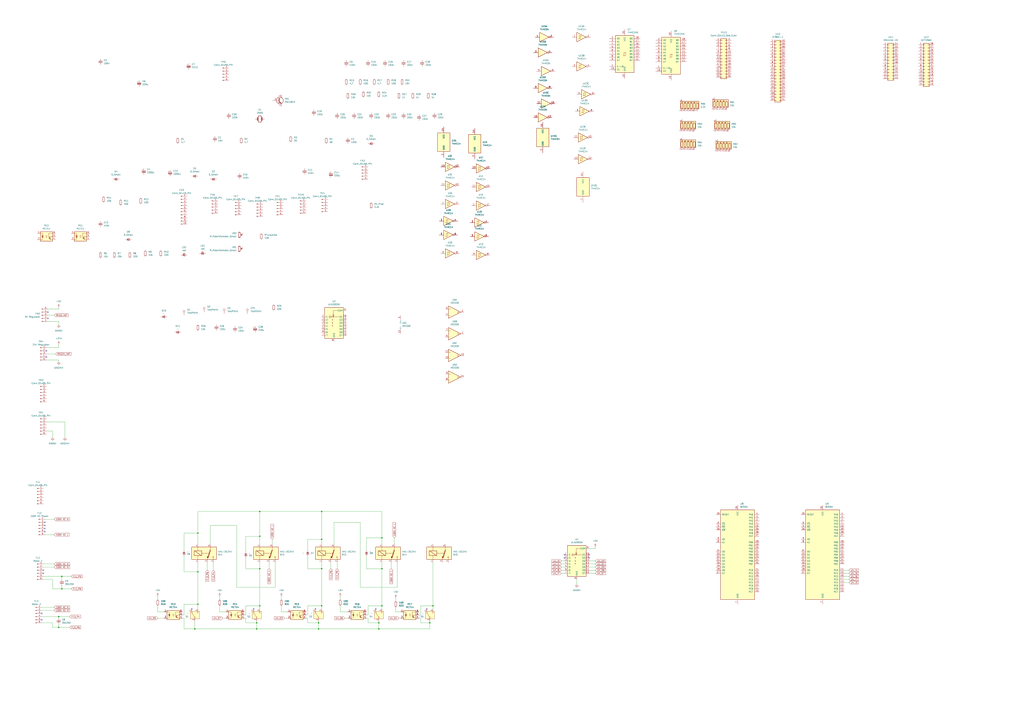
<source format=kicad_sch>
(kicad_sch
	(version 20231120)
	(generator "eeschema")
	(generator_version "8.0")
	(uuid "66cc26d7-ea0d-448d-81d6-18da17cae3ad")
	(paper "A1")
	
	(junction
		(at 50.8 473.71)
		(diameter 0)
		(color 0 0 0 0)
		(uuid "0b13f8df-1c20-4a73-a47a-98ac97815d26")
	)
	(junction
		(at 261.62 511.81)
		(diameter 0)
		(color 0 0 0 0)
		(uuid "10dae70c-302d-49d0-ba6e-3b81f529c56e")
	)
	(junction
		(at 261.62 516.89)
		(diameter 0)
		(color 0 0 0 0)
		(uuid "25ddcb7a-98b1-490f-9cf8-c98a9f58996b")
	)
	(junction
		(at 311.15 516.89)
		(diameter 0)
		(color 0 0 0 0)
		(uuid "356df096-b276-4fc8-9291-a01a55caa681")
	)
	(junction
		(at 160.02 516.89)
		(diameter 0)
		(color 0 0 0 0)
		(uuid "3bc20b50-851f-4e99-b35f-de81d16737fb")
	)
	(junction
		(at 213.36 420.37)
		(diameter 0)
		(color 0 0 0 0)
		(uuid "3c9259eb-cbc3-43a4-b7a4-ed840d4168c3")
	)
	(junction
		(at 313.69 497.84)
		(diameter 0)
		(color 0 0 0 0)
		(uuid "45b35192-3080-41b6-acc1-41fc0f510084")
	)
	(junction
		(at 48.26 515.62)
		(diameter 0)
		(color 0 0 0 0)
		(uuid "4683e323-5f89-4292-8f7b-95be364b9217")
	)
	(junction
		(at 213.36 497.84)
		(diameter 0)
		(color 0 0 0 0)
		(uuid "4b4ee08b-66db-45fa-bd0c-4b592e83c4c7")
	)
	(junction
		(at 210.82 511.81)
		(diameter 0)
		(color 0 0 0 0)
		(uuid "5b46f3f5-c45f-4aa9-9297-8da9111a9426")
	)
	(junction
		(at 264.16 497.84)
		(diameter 0)
		(color 0 0 0 0)
		(uuid "651f0bbd-2c35-401b-8e8f-550455b00b54")
	)
	(junction
		(at 313.69 467.36)
		(diameter 0)
		(color 0 0 0 0)
		(uuid "6cb56398-aade-4ba2-a1fe-3b66b3677601")
	)
	(junction
		(at 50.8 483.87)
		(diameter 0)
		(color 0 0 0 0)
		(uuid "787bb6e7-b134-4340-8a76-f56182ffc352")
	)
	(junction
		(at 162.56 496.57)
		(diameter 0)
		(color 0 0 0 0)
		(uuid "8741287e-2f19-419a-9d14-924da221de6a")
	)
	(junction
		(at 311.15 511.81)
		(diameter 0)
		(color 0 0 0 0)
		(uuid "94c04c4c-83a8-4c46-bad7-7f6f84ca370f")
	)
	(junction
		(at 353.06 511.81)
		(diameter 0)
		(color 0 0 0 0)
		(uuid "a1945e27-3991-4fb3-be48-1f97fbfba09b")
	)
	(junction
		(at 313.69 441.96)
		(diameter 0)
		(color 0 0 0 0)
		(uuid "a270c2d2-7352-49b7-a3a8-ba89c693befc")
	)
	(junction
		(at 264.16 420.37)
		(diameter 0)
		(color 0 0 0 0)
		(uuid "adf26b8e-9650-4236-9bcf-88b3f0f07d29")
	)
	(junction
		(at 162.56 438.15)
		(diameter 0)
		(color 0 0 0 0)
		(uuid "b02c65a3-a56f-49c9-b3bb-c182fca739ea")
	)
	(junction
		(at 355.6 497.84)
		(diameter 0)
		(color 0 0 0 0)
		(uuid "b849497d-419f-401c-914c-662c379116bb")
	)
	(junction
		(at 162.56 469.9)
		(diameter 0)
		(color 0 0 0 0)
		(uuid "babb64da-efb1-4acf-9cf6-e954d7233f5f")
	)
	(junction
		(at 48.26 506.73)
		(diameter 0)
		(color 0 0 0 0)
		(uuid "c43ca3f9-45f7-4b2b-b870-0096859f694d")
	)
	(junction
		(at 264.16 467.36)
		(diameter 0)
		(color 0 0 0 0)
		(uuid "d76fd0d5-6571-4fe6-a3de-8c84c7170948")
	)
	(junction
		(at 210.82 516.89)
		(diameter 0)
		(color 0 0 0 0)
		(uuid "d92b9d76-38be-41b8-8b5d-91f94362da4f")
	)
	(junction
		(at 213.36 440.69)
		(diameter 0)
		(color 0 0 0 0)
		(uuid "dc16379d-9489-4ced-93b2-eab45b360d68")
	)
	(junction
		(at 264.16 443.23)
		(diameter 0)
		(color 0 0 0 0)
		(uuid "f8c95fda-d262-49c3-bdf7-41b9311827b8")
	)
	(junction
		(at 213.36 467.36)
		(diameter 0)
		(color 0 0 0 0)
		(uuid "fa53695e-41ec-4e84-9665-f2cca63c0fda")
	)
	(no_connect
		(at 463.55 458.47)
		(uuid "0da8dff8-3efc-4579-af4f-a0d35cedd681")
	)
	(no_connect
		(at 38.1 293.37)
		(uuid "189a4fbb-4336-42af-94f8-029fdc066d50")
	)
	(no_connect
		(at 36.83 429.26)
		(uuid "1eeffd4a-cfea-480c-ba75-5ef1d8be5bc8")
	)
	(no_connect
		(at 34.29 509.27)
		(uuid "38f6cf9b-1c41-4f5a-ac4e-13d906cbb477")
	)
	(no_connect
		(at 39.37 256.54)
		(uuid "4e8b8fff-ab60-4204-a376-f0b26b4fa5b5")
	)
	(no_connect
		(at 463.55 455.93)
		(uuid "6526f219-e60f-46ab-96f8-5b894fee400d")
	)
	(no_connect
		(at 39.37 261.62)
		(uuid "6990e67d-49f3-4a44-8006-5c42fe4c6dc6")
	)
	(no_connect
		(at 36.83 436.88)
		(uuid "6af4da2c-9d10-49ff-b010-b8bd028e8855")
	)
	(no_connect
		(at 483.87 458.47)
		(uuid "6c2981a1-a5f8-4094-8f56-0fb32b339191")
	)
	(no_connect
		(at 308.61 500.38)
		(uuid "6e7c3107-485a-43bf-a80e-8ecf725474b5")
	)
	(no_connect
		(at 350.52 500.38)
		(uuid "6fbf3313-5162-44ad-b325-d2625086fc9e")
	)
	(no_connect
		(at 157.48 500.38)
		(uuid "70021ce7-557a-44ca-aa6e-08239d5b79ed")
	)
	(no_connect
		(at 36.83 431.8)
		(uuid "731fa28f-2239-4afa-9e69-5423eb111eed")
	)
	(no_connect
		(at 36.83 434.34)
		(uuid "7ac2f2f7-9bc0-47a5-a1f9-daf5db727c6b")
	)
	(no_connect
		(at 259.08 500.38)
		(uuid "a1fe7d45-1f3e-4a7e-ae0d-7e03379198f2")
	)
	(no_connect
		(at 38.1 288.29)
		(uuid "ac47f358-6b0d-4c00-ae69-7ed52f128bbc")
	)
	(no_connect
		(at 35.56 471.17)
		(uuid "b27bfa8b-6469-458e-abe8-0b20a1e0a33f")
	)
	(no_connect
		(at 34.29 504.19)
		(uuid "b51be13b-84bb-4c85-ad12-bba7c1d1c25a")
	)
	(no_connect
		(at 483.87 455.93)
		(uuid "cd55550c-c142-4be8-8a9d-501bcef30db5")
	)
	(no_connect
		(at 35.56 468.63)
		(uuid "dc85ec30-6681-4561-bea0-b63924e19d0e")
	)
	(no_connect
		(at 208.28 500.38)
		(uuid "f8398a9b-2e21-412c-91fa-cccb03a74a8a")
	)
	(wire
		(pts
			(xy 311.15 516.89) (xy 311.15 511.81)
		)
		(stroke
			(width 0)
			(type default)
		)
		(uuid "02a5ab22-8bd4-43c0-b759-c250902437eb")
	)
	(wire
		(pts
			(xy 252.73 511.81) (xy 261.62 511.81)
		)
		(stroke
			(width 0)
			(type default)
		)
		(uuid "0374fe63-9115-47f9-9bd8-00593f886327")
	)
	(wire
		(pts
			(xy 693.42 473.71) (xy 697.23 473.71)
		)
		(stroke
			(width 0)
			(type default)
		)
		(uuid "044d8170-9993-4217-8132-816c23299321")
	)
	(wire
		(pts
			(xy 353.06 516.89) (xy 353.06 511.81)
		)
		(stroke
			(width 0)
			(type default)
		)
		(uuid "05a96207-0511-402c-8cbc-17b5ca381bfa")
	)
	(wire
		(pts
			(xy 264.16 443.23) (xy 252.73 443.23)
		)
		(stroke
			(width 0)
			(type default)
		)
		(uuid "05e30963-3ff9-47b3-834e-9617b6eea12a")
	)
	(wire
		(pts
			(xy 201.93 440.69) (xy 213.36 440.69)
		)
		(stroke
			(width 0)
			(type default)
		)
		(uuid "0781d760-a7be-4aab-9baf-ba2fc3a0194d")
	)
	(wire
		(pts
			(xy 182.88 508) (xy 185.42 508)
		)
		(stroke
			(width 0)
			(type default)
		)
		(uuid "081a5a56-4d53-4741-b7b4-d3534838711c")
	)
	(wire
		(pts
			(xy 276.86 467.36) (xy 276.86 462.28)
		)
		(stroke
			(width 0)
			(type default)
		)
		(uuid "0ac84dd9-c95e-458a-ba7e-1d7e56536f85")
	)
	(wire
		(pts
			(xy 327.66 508) (xy 328.93 508)
		)
		(stroke
			(width 0)
			(type default)
		)
		(uuid "0ba276f9-49fa-4372-8f6b-e5a9a9e9c29e")
	)
	(wire
		(pts
			(xy 48.26 506.73) (xy 57.15 506.73)
		)
		(stroke
			(width 0)
			(type default)
		)
		(uuid "0ce7c09d-2fb0-4dec-855b-a9391c26eeb2")
	)
	(wire
		(pts
			(xy 162.56 469.9) (xy 162.56 462.28)
		)
		(stroke
			(width 0)
			(type default)
		)
		(uuid "0ea5a8ea-7b18-417a-96b9-c7214b98c44f")
	)
	(wire
		(pts
			(xy 461.01 471.17) (xy 463.55 471.17)
		)
		(stroke
			(width 0)
			(type default)
		)
		(uuid "0f09b1d2-4084-4dea-857d-330b895b9afc")
	)
	(wire
		(pts
			(xy 151.13 457.2) (xy 151.13 469.9)
		)
		(stroke
			(width 0)
			(type default)
		)
		(uuid "124a4fc0-acba-4b50-aa9b-4fbee1b8bdc4")
	)
	(wire
		(pts
			(xy 344.17 508) (xy 345.44 508)
		)
		(stroke
			(width 0)
			(type default)
		)
		(uuid "1285669e-927e-44fa-82bd-489186bd9d3c")
	)
	(wire
		(pts
			(xy 279.4 497.84) (xy 279.4 502.92)
		)
		(stroke
			(width 0)
			(type default)
		)
		(uuid "16277674-01d8-495f-aef8-57d30a9ed79c")
	)
	(wire
		(pts
			(xy 300.99 508) (xy 302.26 508)
		)
		(stroke
			(width 0)
			(type default)
		)
		(uuid "173bea94-7968-4dd8-93cf-bafd7426b94c")
	)
	(wire
		(pts
			(xy 313.69 497.84) (xy 313.69 467.36)
		)
		(stroke
			(width 0)
			(type default)
		)
		(uuid "178f1e7c-0255-4e6b-9053-ce24725b7633")
	)
	(wire
		(pts
			(xy 194.31 431.8) (xy 172.72 431.8)
		)
		(stroke
			(width 0)
			(type default)
		)
		(uuid "180e6b82-5930-40af-9b0e-5c781de995ed")
	)
	(wire
		(pts
			(xy 151.13 438.15) (xy 162.56 438.15)
		)
		(stroke
			(width 0)
			(type default)
		)
		(uuid "18465c56-a1ad-4916-8c30-2bd2e0941155")
	)
	(wire
		(pts
			(xy 172.72 431.8) (xy 172.72 447.04)
		)
		(stroke
			(width 0)
			(type default)
		)
		(uuid "18d9c8a6-cc74-4567-b775-4e1978246029")
	)
	(wire
		(pts
			(xy 50.8 473.71) (xy 58.42 473.71)
		)
		(stroke
			(width 0)
			(type default)
		)
		(uuid "18e150ed-0996-4fa7-b532-be044cf48581")
	)
	(wire
		(pts
			(xy 252.73 505.46) (xy 252.73 497.84)
		)
		(stroke
			(width 0)
			(type default)
		)
		(uuid "190661bd-fad7-40cd-afc7-bfd1bf798df8")
	)
	(wire
		(pts
			(xy 162.56 500.38) (xy 162.56 496.57)
		)
		(stroke
			(width 0)
			(type default)
		)
		(uuid "19ed89ed-194d-4fc7-ac5c-12cbbdb9966f")
	)
	(wire
		(pts
			(xy 261.62 516.89) (xy 311.15 516.89)
		)
		(stroke
			(width 0)
			(type default)
		)
		(uuid "1c2b5503-4cf4-49b8-a3d9-867f0a909920")
	)
	(wire
		(pts
			(xy 300.99 457.2) (xy 300.99 467.36)
		)
		(stroke
			(width 0)
			(type default)
		)
		(uuid "1c8a2992-5819-4c4d-bc5d-5873b0f8fec8")
	)
	(wire
		(pts
			(xy 149.86 505.46) (xy 151.13 505.46)
		)
		(stroke
			(width 0)
			(type default)
		)
		(uuid "1ec3d812-a633-492d-ae3d-6cae002a15c1")
	)
	(wire
		(pts
			(xy 279.4 502.92) (xy 285.75 502.92)
		)
		(stroke
			(width 0)
			(type default)
		)
		(uuid "1ef2a37f-8242-4b0a-b4cf-05692665dd8a")
	)
	(wire
		(pts
			(xy 48.26 295.91) (xy 38.1 295.91)
		)
		(stroke
			(width 0)
			(type default)
		)
		(uuid "22915d6b-7f96-41b9-88c5-845ed9fc4f22")
	)
	(wire
		(pts
			(xy 220.98 467.36) (xy 220.98 462.28)
		)
		(stroke
			(width 0)
			(type default)
		)
		(uuid "245b94a0-1f34-4404-8adf-8d6fc169bb4d")
	)
	(wire
		(pts
			(xy 473.71 476.25) (xy 473.71 480.06)
		)
		(stroke
			(width 0)
			(type default)
		)
		(uuid "25383dfa-3c2c-42a2-9fe1-430605bd0aad")
	)
	(wire
		(pts
			(xy 345.44 497.84) (xy 355.6 497.84)
		)
		(stroke
			(width 0)
			(type default)
		)
		(uuid "26b879ff-7cca-4a0b-818e-f50b673fc019")
	)
	(wire
		(pts
			(xy 210.82 516.89) (xy 210.82 511.81)
		)
		(stroke
			(width 0)
			(type default)
		)
		(uuid "271f6a65-e94d-469f-a525-87e08c76e075")
	)
	(wire
		(pts
			(xy 264.16 500.38) (xy 264.16 497.84)
		)
		(stroke
			(width 0)
			(type default)
		)
		(uuid "283558b2-5929-4655-8f5d-cebd90d9427a")
	)
	(wire
		(pts
			(xy 274.32 429.26) (xy 274.32 447.04)
		)
		(stroke
			(width 0)
			(type default)
		)
		(uuid "2b1149f8-13ab-466a-8452-72f4a2e37554")
	)
	(wire
		(pts
			(xy 233.68 508) (xy 236.22 508)
		)
		(stroke
			(width 0)
			(type default)
		)
		(uuid "2b453aeb-658b-47cf-8bab-24c4437c833c")
	)
	(wire
		(pts
			(xy 461.01 461.01) (xy 463.55 461.01)
		)
		(stroke
			(width 0)
			(type default)
		)
		(uuid "2c278734-524c-43a5-9f50-0959ca6b5c2c")
	)
	(wire
		(pts
			(xy 48.26 515.62) (xy 57.15 515.62)
		)
		(stroke
			(width 0)
			(type default)
		)
		(uuid "2c88da02-3177-4c39-aeff-cbed292da9ce")
	)
	(wire
		(pts
			(xy 129.54 502.92) (xy 134.62 502.92)
		)
		(stroke
			(width 0)
			(type default)
		)
		(uuid "2ce5239c-f782-482a-9748-720665f93ec1")
	)
	(wire
		(pts
			(xy 300.99 505.46) (xy 302.26 505.46)
		)
		(stroke
			(width 0)
			(type default)
		)
		(uuid "2d6f75c3-d312-42ce-ab55-bc762a0d1b64")
	)
	(wire
		(pts
			(xy 34.29 506.73) (xy 48.26 506.73)
		)
		(stroke
			(width 0)
			(type default)
		)
		(uuid "30f19106-3618-4a09-82aa-fb09024b4e70")
	)
	(wire
		(pts
			(xy 201.93 467.36) (xy 213.36 467.36)
		)
		(stroke
			(width 0)
			(type default)
		)
		(uuid "31ea083a-8a88-454b-a407-e034d3157f7d")
	)
	(wire
		(pts
			(xy 252.73 457.2) (xy 252.73 467.36)
		)
		(stroke
			(width 0)
			(type default)
		)
		(uuid "352b8653-2611-41a8-9752-3f2215ea5903")
	)
	(wire
		(pts
			(xy 162.56 420.37) (xy 162.56 438.15)
		)
		(stroke
			(width 0)
			(type default)
		)
		(uuid "38260eed-03d1-4f72-aa99-12a59c9b7513")
	)
	(wire
		(pts
			(xy 43.18 354.33) (xy 43.18 359.41)
		)
		(stroke
			(width 0)
			(type default)
		)
		(uuid "3c55ecda-9921-466b-bdcd-9927a381382a")
	)
	(wire
		(pts
			(xy 151.13 505.46) (xy 151.13 496.57)
		)
		(stroke
			(width 0)
			(type default)
		)
		(uuid "3edef422-b9dc-4de7-9b80-4fc3a04416fc")
	)
	(wire
		(pts
			(xy 36.83 426.72) (xy 44.45 426.72)
		)
		(stroke
			(width 0)
			(type default)
		)
		(uuid "4098dbf7-381b-465d-91c4-844b20bf971f")
	)
	(wire
		(pts
			(xy 311.15 516.89) (xy 353.06 516.89)
		)
		(stroke
			(width 0)
			(type default)
		)
		(uuid "42b19c30-de2e-4fe5-bb5b-e213b1e1da0a")
	)
	(wire
		(pts
			(xy 302.26 497.84) (xy 313.69 497.84)
		)
		(stroke
			(width 0)
			(type default)
		)
		(uuid "4337ee6c-781e-4b57-b30d-f2f6a248413f")
	)
	(wire
		(pts
			(xy 483.87 468.63) (xy 488.95 468.63)
		)
		(stroke
			(width 0)
			(type default)
		)
		(uuid "4a9aaa05-7a36-4c2c-9830-ffe49357c84b")
	)
	(wire
		(pts
			(xy 325.12 491.49) (xy 325.12 494.03)
		)
		(stroke
			(width 0)
			(type default)
		)
		(uuid "4f45a74f-d366-4336-a777-20bb0b0b6103")
	)
	(wire
		(pts
			(xy 251.46 505.46) (xy 252.73 505.46)
		)
		(stroke
			(width 0)
			(type default)
		)
		(uuid "4ff4258e-dbc5-415a-af1f-60724aa167a5")
	)
	(wire
		(pts
			(xy 488.95 449.58) (xy 488.95 450.85)
		)
		(stroke
			(width 0)
			(type default)
		)
		(uuid "50c49188-d680-416e-83ec-f512c6367a87")
	)
	(wire
		(pts
			(xy 264.16 447.04) (xy 264.16 443.23)
		)
		(stroke
			(width 0)
			(type default)
		)
		(uuid "51255e78-9af3-4eb9-89a7-f03e79b706e7")
	)
	(wire
		(pts
			(xy 264.16 420.37) (xy 213.36 420.37)
		)
		(stroke
			(width 0)
			(type default)
		)
		(uuid "530670f0-0cbe-482f-8e16-ee14b406d9db")
	)
	(wire
		(pts
			(xy 321.31 467.36) (xy 321.31 462.28)
		)
		(stroke
			(width 0)
			(type default)
		)
		(uuid "556411d2-6029-4d6c-9001-f12aac8719d9")
	)
	(wire
		(pts
			(xy 226.06 482.6) (xy 194.31 482.6)
		)
		(stroke
			(width 0)
			(type default)
		)
		(uuid "56a6b905-05da-49f2-8842-b2f852951509")
	)
	(wire
		(pts
			(xy 213.36 497.84) (xy 213.36 467.36)
		)
		(stroke
			(width 0)
			(type default)
		)
		(uuid "57f85406-e60d-49d9-8c5d-716651347619")
	)
	(wire
		(pts
			(xy 231.14 497.84) (xy 231.14 502.92)
		)
		(stroke
			(width 0)
			(type default)
		)
		(uuid "59e72fb6-30b1-44b8-bb4b-6b1e799b7736")
	)
	(wire
		(pts
			(xy 693.42 471.17) (xy 697.23 471.17)
		)
		(stroke
			(width 0)
			(type default)
		)
		(uuid "5ab9acb0-81bd-4e63-9bec-a07dfc64eb86")
	)
	(wire
		(pts
			(xy 43.18 483.87) (xy 50.8 483.87)
		)
		(stroke
			(width 0)
			(type default)
		)
		(uuid "5d148857-46dd-4e23-800a-edb13ef3c857")
	)
	(wire
		(pts
			(xy 38.1 290.83) (xy 45.72 290.83)
		)
		(stroke
			(width 0)
			(type default)
		)
		(uuid "5decabbe-4d03-4a11-93cd-acdd60a5d6c7")
	)
	(wire
		(pts
			(xy 313.69 441.96) (xy 313.69 420.37)
		)
		(stroke
			(width 0)
			(type default)
		)
		(uuid "5f7055a2-51b5-4e86-be94-b85a43d34518")
	)
	(wire
		(pts
			(xy 693.42 478.79) (xy 697.23 478.79)
		)
		(stroke
			(width 0)
			(type default)
		)
		(uuid "6061dcb1-8edd-4d27-8d3f-24dcae6ef349")
	)
	(wire
		(pts
			(xy 252.73 467.36) (xy 264.16 467.36)
		)
		(stroke
			(width 0)
			(type default)
		)
		(uuid "62bf1741-3c11-4483-9c13-e7941791c370")
	)
	(wire
		(pts
			(xy 48.26 285.75) (xy 38.1 285.75)
		)
		(stroke
			(width 0)
			(type default)
		)
		(uuid "63d8cba3-ea5b-4b82-8dc1-aae8dc3dea8c")
	)
	(wire
		(pts
			(xy 326.39 482.6) (xy 295.91 482.6)
		)
		(stroke
			(width 0)
			(type default)
		)
		(uuid "64497edb-8d0c-4f20-8e85-db6b7270a0d8")
	)
	(wire
		(pts
			(xy 355.6 500.38) (xy 355.6 497.84)
		)
		(stroke
			(width 0)
			(type default)
		)
		(uuid "650bfa1a-c04c-45e6-8135-a186c6f354b7")
	)
	(wire
		(pts
			(xy 180.34 502.92) (xy 185.42 502.92)
		)
		(stroke
			(width 0)
			(type default)
		)
		(uuid "65e1caae-96b6-47f4-99d0-f6b2be7b9733")
	)
	(wire
		(pts
			(xy 311.15 511.81) (xy 311.15 510.54)
		)
		(stroke
			(width 0)
			(type default)
		)
		(uuid "6aee36b1-5cef-4a41-b26d-95f7e9aaeda0")
	)
	(wire
		(pts
			(xy 213.36 420.37) (xy 162.56 420.37)
		)
		(stroke
			(width 0)
			(type default)
		)
		(uuid "6afdac34-3c9d-4a94-908b-8d4b3b4745d3")
	)
	(wire
		(pts
			(xy 326.39 462.28) (xy 326.39 482.6)
		)
		(stroke
			(width 0)
			(type default)
		)
		(uuid "6d8ada2e-87f8-478a-b70a-98cf051d5542")
	)
	(wire
		(pts
			(xy 48.26 513.08) (xy 48.26 515.62)
		)
		(stroke
			(width 0)
			(type default)
		)
		(uuid "6e355440-32f4-4131-bc1d-449f8b3819b9")
	)
	(wire
		(pts
			(xy 36.83 439.42) (xy 44.45 439.42)
		)
		(stroke
			(width 0)
			(type default)
		)
		(uuid "6f1149bc-8737-4307-835e-8b2e39a23135")
	)
	(wire
		(pts
			(xy 313.69 467.36) (xy 313.69 462.28)
		)
		(stroke
			(width 0)
			(type default)
		)
		(uuid "718bc773-b866-4e93-b1a0-1de90842705a")
	)
	(wire
		(pts
			(xy 483.87 466.09) (xy 488.95 466.09)
		)
		(stroke
			(width 0)
			(type default)
		)
		(uuid "72a93b16-cbf1-4e3f-908f-7f6b7d39365a")
	)
	(wire
		(pts
			(xy 34.29 501.65) (xy 44.45 501.65)
		)
		(stroke
			(width 0)
			(type default)
		)
		(uuid "742b6672-6883-4e3c-befe-556d782b9be1")
	)
	(wire
		(pts
			(xy 48.26 252.73) (xy 48.26 254)
		)
		(stroke
			(width 0)
			(type default)
		)
		(uuid "75dd43e3-e44b-41f9-8ffb-6f655d26dec0")
	)
	(wire
		(pts
			(xy 313.69 500.38) (xy 313.69 497.84)
		)
		(stroke
			(width 0)
			(type default)
		)
		(uuid "7614a863-00e1-403c-b036-761e6041b4e9")
	)
	(wire
		(pts
			(xy 461.01 463.55) (xy 463.55 463.55)
		)
		(stroke
			(width 0)
			(type default)
		)
		(uuid "78064731-5976-41b6-a4ba-f351b63e53b1")
	)
	(wire
		(pts
			(xy 200.66 508) (xy 201.93 508)
		)
		(stroke
			(width 0)
			(type default)
		)
		(uuid "7cd466bb-fe01-42b6-9a53-7a277ba5c2be")
	)
	(wire
		(pts
			(xy 461.01 468.63) (xy 463.55 468.63)
		)
		(stroke
			(width 0)
			(type default)
		)
		(uuid "80c02fec-db9f-41b3-8aa0-5f2d783a5fd5")
	)
	(wire
		(pts
			(xy 129.54 508) (xy 134.62 508)
		)
		(stroke
			(width 0)
			(type default)
		)
		(uuid "83945eff-a536-4878-81b6-4ede3d8a6bab")
	)
	(wire
		(pts
			(xy 300.99 441.96) (xy 313.69 441.96)
		)
		(stroke
			(width 0)
			(type default)
		)
		(uuid "83dcc077-31fd-4ac4-84eb-f2e35622f285")
	)
	(wire
		(pts
			(xy 39.37 264.16) (xy 48.26 264.16)
		)
		(stroke
			(width 0)
			(type default)
		)
		(uuid "84ba0882-a2f1-4134-b1bc-55a0ea890a52")
	)
	(wire
		(pts
			(xy 355.6 497.84) (xy 355.6 462.28)
		)
		(stroke
			(width 0)
			(type default)
		)
		(uuid "8a98ee56-3ffa-483b-8323-3fa5ce8ff9ef")
	)
	(wire
		(pts
			(xy 162.56 496.57) (xy 162.56 469.9)
		)
		(stroke
			(width 0)
			(type default)
		)
		(uuid "8b291f1c-5fc1-42b7-abb7-1f57877c14d1")
	)
	(wire
		(pts
			(xy 693.42 476.25) (xy 697.23 476.25)
		)
		(stroke
			(width 0)
			(type default)
		)
		(uuid "8f82b7fd-890f-4490-9a25-ee29ea9217a0")
	)
	(wire
		(pts
			(xy 252.73 497.84) (xy 264.16 497.84)
		)
		(stroke
			(width 0)
			(type default)
		)
		(uuid "907853b2-3457-4466-a304-b371bdc45b82")
	)
	(wire
		(pts
			(xy 151.13 469.9) (xy 162.56 469.9)
		)
		(stroke
			(width 0)
			(type default)
		)
		(uuid "91ba220f-bbb1-408e-b134-ee8b93ed4b4c")
	)
	(wire
		(pts
			(xy 323.85 447.04) (xy 323.85 441.96)
		)
		(stroke
			(width 0)
			(type default)
		)
		(uuid "92ca70fc-6d8a-40fd-b89d-aac22587ce2f")
	)
	(wire
		(pts
			(xy 483.87 461.01) (xy 488.95 461.01)
		)
		(stroke
			(width 0)
			(type default)
		)
		(uuid "92d868ca-8177-4607-9bb2-713924abc222")
	)
	(wire
		(pts
			(xy 151.13 508) (xy 151.13 516.89)
		)
		(stroke
			(width 0)
			(type default)
		)
		(uuid "9348436b-0381-4457-a905-8e6554c0c228")
	)
	(wire
		(pts
			(xy 223.52 447.04) (xy 223.52 443.23)
		)
		(stroke
			(width 0)
			(type default)
		)
		(uuid "948540e9-bced-485b-a129-34963b999c53")
	)
	(wire
		(pts
			(xy 160.02 510.54) (xy 160.02 516.89)
		)
		(stroke
			(width 0)
			(type default)
		)
		(uuid "961cbd6e-e585-4e12-b08f-9532cc0a4c71")
	)
	(wire
		(pts
			(xy 213.36 440.69) (xy 213.36 447.04)
		)
		(stroke
			(width 0)
			(type default)
		)
		(uuid "96555e9a-1051-4eb7-9dc2-8255bb569074")
	)
	(wire
		(pts
			(xy 264.16 420.37) (xy 313.69 420.37)
		)
		(stroke
			(width 0)
			(type default)
		)
		(uuid "982c6ba6-cd25-4476-9eb2-6ef4e3b4cc3c")
	)
	(wire
		(pts
			(xy 151.13 496.57) (xy 162.56 496.57)
		)
		(stroke
			(width 0)
			(type default)
		)
		(uuid "98589abd-8286-4e5a-a518-f2e42cfe4260")
	)
	(wire
		(pts
			(xy 251.46 508) (xy 252.73 508)
		)
		(stroke
			(width 0)
			(type default)
		)
		(uuid "98f4a9a2-89f2-46fe-af74-0768decbeb7b")
	)
	(wire
		(pts
			(xy 43.18 483.87) (xy 43.18 476.25)
		)
		(stroke
			(width 0)
			(type default)
		)
		(uuid "a05be057-5dbb-4818-8188-3d09e2300cbf")
	)
	(wire
		(pts
			(xy 693.42 468.63) (xy 697.23 468.63)
		)
		(stroke
			(width 0)
			(type default)
		)
		(uuid "a2cac00c-fa14-47a3-9408-f072db5c8751")
	)
	(wire
		(pts
			(xy 129.54 490.22) (xy 129.54 492.76)
		)
		(stroke
			(width 0)
			(type default)
		)
		(uuid "a3e7712f-961b-40c0-8be3-ed67f6f412c4")
	)
	(wire
		(pts
			(xy 483.87 471.17) (xy 488.95 471.17)
		)
		(stroke
			(width 0)
			(type default)
		)
		(uuid "a49239b0-442b-4329-8296-b735d9886022")
	)
	(wire
		(pts
			(xy 180.34 497.84) (xy 180.34 502.92)
		)
		(stroke
			(width 0)
			(type default)
		)
		(uuid "a4a22e0d-1f4f-4a8c-bd35-a2ba33f1f02b")
	)
	(wire
		(pts
			(xy 271.78 467.36) (xy 271.78 462.28)
		)
		(stroke
			(width 0)
			(type default)
		)
		(uuid "a524fe67-de97-4f71-91ac-81793ddec746")
	)
	(wire
		(pts
			(xy 264.16 497.84) (xy 264.16 467.36)
		)
		(stroke
			(width 0)
			(type default)
		)
		(uuid "a56caff6-bade-4a79-a6fd-a9fa31ee0fea")
	)
	(wire
		(pts
			(xy 325.12 499.11) (xy 325.12 502.92)
		)
		(stroke
			(width 0)
			(type default)
		)
		(uuid "a6154762-f5dc-400a-b419-236d73ec6fad")
	)
	(wire
		(pts
			(xy 50.8 473.71) (xy 50.8 476.25)
		)
		(stroke
			(width 0)
			(type default)
		)
		(uuid "a832328c-7828-49bf-9377-7a1afb71d09e")
	)
	(wire
		(pts
			(xy 201.93 508) (xy 201.93 511.81)
		)
		(stroke
			(width 0)
			(type default)
		)
		(uuid "a8eb7854-0bbf-4fbe-8483-f3fda463cba4")
	)
	(wire
		(pts
			(xy 48.26 297.18) (xy 48.26 295.91)
		)
		(stroke
			(width 0)
			(type default)
		)
		(uuid "aa3b0b28-cc1e-4e3b-af2c-85bf1da5b521")
	)
	(wire
		(pts
			(xy 279.4 490.22) (xy 279.4 492.76)
		)
		(stroke
			(width 0)
			(type default)
		)
		(uuid "aad93aeb-cf9f-4c0b-8efb-238a60fc2b99")
	)
	(wire
		(pts
			(xy 201.93 505.46) (xy 201.93 497.84)
		)
		(stroke
			(width 0)
			(type default)
		)
		(uuid "ad51a24d-8061-4ced-bb84-6633f503a744")
	)
	(wire
		(pts
			(xy 129.54 497.84) (xy 129.54 502.92)
		)
		(stroke
			(width 0)
			(type default)
		)
		(uuid "ad9a5bef-3f43-4dd3-a233-fa73838a6bf2")
	)
	(wire
		(pts
			(xy 200.66 505.46) (xy 201.93 505.46)
		)
		(stroke
			(width 0)
			(type default)
		)
		(uuid "b155c2ce-6bba-42f4-8835-e71b6e3f0a30")
	)
	(wire
		(pts
			(xy 210.82 511.81) (xy 210.82 510.54)
		)
		(stroke
			(width 0)
			(type default)
		)
		(uuid "b16cc1e8-11c6-4bb2-9e31-334f69d66bad")
	)
	(wire
		(pts
			(xy 149.86 508) (xy 151.13 508)
		)
		(stroke
			(width 0)
			(type default)
		)
		(uuid "b438918f-113a-45a7-b113-de8ca97c8072")
	)
	(wire
		(pts
			(xy 325.12 502.92) (xy 328.93 502.92)
		)
		(stroke
			(width 0)
			(type default)
		)
		(uuid "b76fd1a0-bc44-42ab-8561-4779734ec7eb")
	)
	(wire
		(pts
			(xy 50.8 483.87) (xy 58.42 483.87)
		)
		(stroke
			(width 0)
			(type default)
		)
		(uuid "b7c113b2-d2a1-4645-8b50-5ef5e8218184")
	)
	(wire
		(pts
			(xy 48.26 254) (xy 39.37 254)
		)
		(stroke
			(width 0)
			(type default)
		)
		(uuid "b7ee80b6-b9ea-4b80-b4bc-a65d9cc504ea")
	)
	(wire
		(pts
			(xy 261.62 511.81) (xy 261.62 516.89)
		)
		(stroke
			(width 0)
			(type default)
		)
		(uuid "b81b20e3-b7b3-4bd2-bbc0-8d6b48085064")
	)
	(wire
		(pts
			(xy 302.26 505.46) (xy 302.26 497.84)
		)
		(stroke
			(width 0)
			(type default)
		)
		(uuid "b88e52e9-d12d-448b-b4b0-e033194fd8af")
	)
	(wire
		(pts
			(xy 213.36 467.36) (xy 213.36 462.28)
		)
		(stroke
			(width 0)
			(type default)
		)
		(uuid "b8930062-dfb5-4cb9-9675-4986a08eddd9")
	)
	(wire
		(pts
			(xy 53.34 346.71) (xy 38.1 346.71)
		)
		(stroke
			(width 0)
			(type default)
		)
		(uuid "bb096da0-165c-4e92-827b-51577ff7d17d")
	)
	(wire
		(pts
			(xy 151.13 516.89) (xy 160.02 516.89)
		)
		(stroke
			(width 0)
			(type default)
		)
		(uuid "bb0b314b-a9d9-4db2-84bb-87e7fcb79701")
	)
	(wire
		(pts
			(xy 43.18 515.62) (xy 48.26 515.62)
		)
		(stroke
			(width 0)
			(type default)
		)
		(uuid "bd66d2d7-ee4f-45d5-8a67-2e2ed0535736")
	)
	(wire
		(pts
			(xy 39.37 259.08) (xy 44.45 259.08)
		)
		(stroke
			(width 0)
			(type default)
		)
		(uuid "bd822e3a-8371-43ec-ada0-eaa74f4704a4")
	)
	(wire
		(pts
			(xy 302.26 511.81) (xy 311.15 511.81)
		)
		(stroke
			(width 0)
			(type default)
		)
		(uuid "bdd14599-3121-44f3-a53c-7a35ad0e5a89")
	)
	(wire
		(pts
			(xy 162.56 447.04) (xy 162.56 438.15)
		)
		(stroke
			(width 0)
			(type default)
		)
		(uuid "be662239-ef66-47e8-b197-e9794ba10e52")
	)
	(wire
		(pts
			(xy 170.18 468.63) (xy 170.18 462.28)
		)
		(stroke
			(width 0)
			(type default)
		)
		(uuid "bea064ef-e2cf-4839-9d8a-c8d0cca41e06")
	)
	(wire
		(pts
			(xy 483.87 463.55) (xy 488.95 463.55)
		)
		(stroke
			(width 0)
			(type default)
		)
		(uuid "bf13b7f0-0c5b-43bc-b41a-b7fd2a7dc79f")
	)
	(wire
		(pts
			(xy 353.06 511.81) (xy 353.06 510.54)
		)
		(stroke
			(width 0)
			(type default)
		)
		(uuid "c0f4d967-879b-4145-933e-c945d8b780c2")
	)
	(wire
		(pts
			(xy 264.16 467.36) (xy 264.16 462.28)
		)
		(stroke
			(width 0)
			(type default)
		)
		(uuid "c1d9e162-471c-4e25-8311-11dc508a8ae1")
	)
	(wire
		(pts
			(xy 180.34 490.22) (xy 180.34 492.76)
		)
		(stroke
			(width 0)
			(type default)
		)
		(uuid "c216f958-098e-4db8-bf5c-25ae7b62152b")
	)
	(wire
		(pts
			(xy 48.26 506.73) (xy 48.26 508)
		)
		(stroke
			(width 0)
			(type default)
		)
		(uuid "c379e818-5941-492a-8c85-e6645c130fc6")
	)
	(wire
		(pts
			(xy 231.14 490.22) (xy 231.14 492.76)
		)
		(stroke
			(width 0)
			(type default)
		)
		(uuid "c44f6b38-6f54-4fa4-8619-400a85e0f5b8")
	)
	(wire
		(pts
			(xy 345.44 511.81) (xy 353.06 511.81)
		)
		(stroke
			(width 0)
			(type default)
		)
		(uuid "c4bee4cf-62be-426c-ade4-4b0a1f17e1dc")
	)
	(wire
		(pts
			(xy 344.17 505.46) (xy 345.44 505.46)
		)
		(stroke
			(width 0)
			(type default)
		)
		(uuid "c51d15dd-9d7d-4b73-b86a-4159cadcc241")
	)
	(wire
		(pts
			(xy 213.36 500.38) (xy 213.36 497.84)
		)
		(stroke
			(width 0)
			(type default)
		)
		(uuid "c551986b-e46e-4741-98ba-46afbcb34998")
	)
	(wire
		(pts
			(xy 345.44 505.46) (xy 345.44 497.84)
		)
		(stroke
			(width 0)
			(type default)
		)
		(uuid "c605dfdc-ea24-4c53-988e-4ff153e95654")
	)
	(wire
		(pts
			(xy 35.56 473.71) (xy 50.8 473.71)
		)
		(stroke
			(width 0)
			(type defaul
... [281118 chars truncated]
</source>
